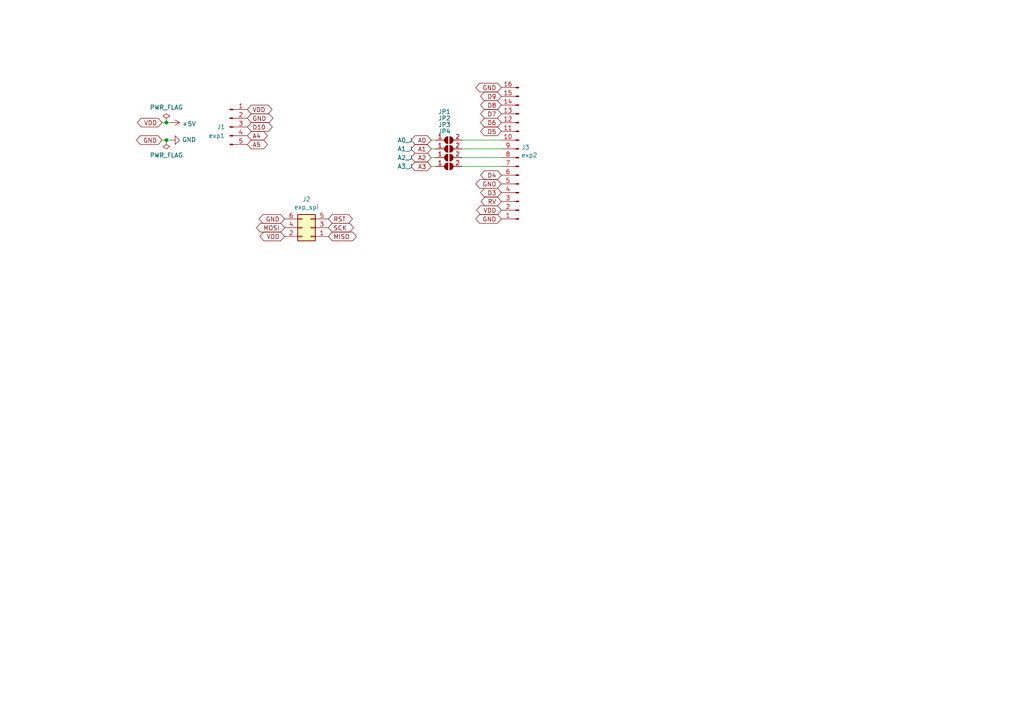
<source format=kicad_sch>
(kicad_sch (version 20230121) (generator eeschema)
  (paper "A4")
  (lib_symbols
    (symbol "Connector_Generic:Conn_02x03_Odd_Even" (pin_names (offset 1.016) hide)
      (property "Reference" "J" (at 1.27 5.08 0))
      (property "Value" "Conn_02x03_Odd_Even" (at 1.27 -5.08 0))
      (symbol "Conn_02x03_Odd_Even_1_1"
        (rectangle (start -1.27 -2.413) (end 0 -2.667) (stroke (width 0.1524)))
        (rectangle (start -1.27 0.127) (end 0 -0.127) (stroke (width 0.1524)))
        (rectangle (start -1.27 2.667) (end 0 2.413) (stroke (width 0.1524)))
        (rectangle (start -1.27 3.81) (end 3.81 -3.81) (stroke (width 0.254)) (fill (type background)))
        (rectangle (start 3.81 -2.413) (end 2.54 -2.667) (stroke (width 0.1524)))
        (rectangle (start 3.81 0.127) (end 2.54 -0.127) (stroke (width 0.1524)))
        (rectangle (start 3.81 2.667) (end 2.54 2.413) (stroke (width 0.1524)))
        (pin passive line (at -5.08 2.54 0) (length 3.81) (name "Pin_1") (number "1"))
        (pin passive line (at 7.62 2.54 180) (length 3.81) (name "Pin_2") (number "2"))
        (pin passive line (at -5.08 0 0) (length 3.81) (name "Pin_3") (number "3"))
        (pin passive line (at 7.62 0 180) (length 3.81) (name "Pin_4") (number "4"))
        (pin passive line (at -5.08 -2.54 0) (length 3.81) (name "Pin_5") (number "5"))
        (pin passive line (at 7.62 -2.54 180) (length 3.81) (name "Pin_6") (number "6"))
      )
    )
    (symbol "Jumper:SolderJumper_2_Open" (pin_names (offset 0) hide)
      (property "Reference" "JP" (at 0 2.032 0))
      (property "Value" "SolderJumper_2_Open" (at 0 -2.54 0))
      (symbol "SolderJumper_2_Open_0_1"
        (arc (start -0.254 1.016) (mid -1.2656 0) (end -0.254 -1.016))
        (arc (start -0.254 1.016) (mid -1.2656 0) (end -0.254 -1.016) (fill (type outline)))
        (polyline (pts (xy -0.254 1.016) (xy -0.254 -1.016)))
        (polyline (pts (xy 0.254 1.016) (xy 0.254 -1.016)))
        (arc (start 0.254 -1.016) (mid 1.2656 0) (end 0.254 1.016))
        (arc (start 0.254 -1.016) (mid 1.2656 0) (end 0.254 1.016) (fill (type outline)))
      )
      (symbol "SolderJumper_2_Open_1_1"
        (pin passive line (at -3.81 0 0) (length 2.54) (name "A") (number "1"))
        (pin passive line (at 3.81 0 180) (length 2.54) (name "B") (number "2"))
      )
    )
    (symbol "livello_serbatoio_espansione-rescue:Conn_01x05_Male-Connector" (pin_names (offset 1.016) hide)
      (property "Reference" "J" (at 0 7.62 0))
      (property "Value" "Connector_Conn_01x05_Male" (at 0 -7.62 0))
      (symbol "Conn_01x05_Male-Connector_1_1"
        (polyline (pts (xy 1.27 -5.08) (xy 0.8636 -5.08)) (stroke (width 0.1524)))
        (polyline (pts (xy 1.27 -2.54) (xy 0.8636 -2.54)) (stroke (width 0.1524)))
        (polyline (pts (xy 1.27 0) (xy 0.8636 0)) (stroke (width 0.1524)))
        (polyline (pts (xy 1.27 2.54) (xy 0.8636 2.54)) (stroke (width 0.1524)))
        (polyline (pts (xy 1.27 5.08) (xy 0.8636 5.08)) (stroke (width 0.1524)))
        (rectangle (start 0.8636 -4.953) (end 0 -5.207) (stroke (width 0.1524)) (fill (type outline)))
        (rectangle (start 0.8636 -2.413) (end 0 -2.667) (stroke (width 0.1524)) (fill (type outline)))
        (rectangle (start 0.8636 0.127) (end 0 -0.127) (stroke (width 0.1524)) (fill (type outline)))
        (rectangle (start 0.8636 2.667) (end 0 2.413) (stroke (width 0.1524)) (fill (type outline)))
        (rectangle (start 0.8636 5.207) (end 0 4.953) (stroke (width 0.1524)) (fill (type outline)))
        (pin passive line (at 5.08 5.08 180) (length 3.81) (name "Pin_1") (number "1"))
        (pin passive line (at 5.08 2.54 180) (length 3.81) (name "Pin_2") (number "2"))
        (pin passive line (at 5.08 0 180) (length 3.81) (name "Pin_3") (number "3"))
        (pin passive line (at 5.08 -2.54 180) (length 3.81) (name "Pin_4") (number "4"))
        (pin passive line (at 5.08 -5.08 180) (length 3.81) (name "Pin_5") (number "5"))
      )
    )
    (symbol "livello_serbatoio_espansione-rescue:Conn_01x16_Male-Connector" (pin_names (offset 1.016) hide)
      (property "Reference" "J" (at 0 20.32 0))
      (property "Value" "Connector_Conn_01x16_Male" (at 0 -22.86 0))
      (symbol "Conn_01x16_Male-Connector_1_1"
        (polyline (pts (xy 1.27 -20.32) (xy 0.8636 -20.32)) (stroke (width 0.1524)))
        (polyline (pts (xy 1.27 -17.78) (xy 0.8636 -17.78)) (stroke (width 0.1524)))
        (polyline (pts (xy 1.27 -15.24) (xy 0.8636 -15.24)) (stroke (width 0.1524)))
        (polyline (pts (xy 1.27 -12.7) (xy 0.8636 -12.7)) (stroke (width 0.1524)))
        (polyline (pts (xy 1.27 -10.16) (xy 0.8636 -10.16)) (stroke (width 0.1524)))
        (polyline (pts (xy 1.27 -7.62) (xy 0.8636 -7.62)) (stroke (width 0.1524)))
        (polyline (pts (xy 1.27 -5.08) (xy 0.8636 -5.08)) (stroke (width 0.1524)))
        (polyline (pts (xy 1.27 -2.54) (xy 0.8636 -2.54)) (stroke (width 0.1524)))
        (polyline (pts (xy 1.27 0) (xy 0.8636 0)) (stroke (width 0.1524)))
        (polyline (pts (xy 1.27 2.54) (xy 0.8636 2.54)) (stroke (width 0.1524)))
        (polyline (pts (xy 1.27 5.08) (xy 0.8636 5.08)) (stroke (width 0.1524)))
        (polyline (pts (xy 1.27 7.62) (xy 0.8636 7.62)) (stroke (width 0.1524)))
        (polyline (pts (xy 1.27 10.16) (xy 0.8636 10.16)) (stroke (width 0.1524)))
        (polyline (pts (xy 1.27 12.7) (xy 0.8636 12.7)) (stroke (width 0.1524)))
        (polyline (pts (xy 1.27 15.24) (xy 0.8636 15.24)) (stroke (width 0.1524)))
        (polyline (pts (xy 1.27 17.78) (xy 0.8636 17.78)) (stroke (width 0.1524)))
        (rectangle (start 0.8636 -20.193) (end 0 -20.447) (stroke (width 0.1524)) (fill (type outline)))
        (rectangle (start 0.8636 -17.653) (end 0 -17.907) (stroke (width 0.1524)) (fill (type outline)))
        (rectangle (start 0.8636 -15.113) (end 0 -15.367) (stroke (width 0.1524)) (fill (type outline)))
        (rectangle (start 0.8636 -12.573) (end 0 -12.827) (stroke (width 0.1524)) (fill (type outline)))
        (rectangle (start 0.8636 -10.033) (end 0 -10.287) (stroke (width 0.1524)) (fill (type outline)))
        (rectangle (start 0.8636 -7.493) (end 0 -7.747) (stroke (width 0.1524)) (fill (type outline)))
        (rectangle (start 0.8636 -4.953) (end 0 -5.207) (stroke (width 0.1524)) (fill (type outline)))
        (rectangle (start 0.8636 -2.413) (end 0 -2.667) (stroke (width 0.1524)) (fill (type outline)))
        (rectangle (start 0.8636 0.127) (end 0 -0.127) (stroke (width 0.1524)) (fill (type outline)))
        (rectangle (start 0.8636 2.667) (end 0 2.413) (stroke (width 0.1524)) (fill (type outline)))
        (rectangle (start 0.8636 5.207) (end 0 4.953) (stroke (width 0.1524)) (fill (type outline)))
        (rectangle (start 0.8636 7.747) (end 0 7.493) (stroke (width 0.1524)) (fill (type outline)))
        (rectangle (start 0.8636 10.287) (end 0 10.033) (stroke (width 0.1524)) (fill (type outline)))
        (rectangle (start 0.8636 12.827) (end 0 12.573) (stroke (width 0.1524)) (fill (type outline)))
        (rectangle (start 0.8636 15.367) (end 0 15.113) (stroke (width 0.1524)) (fill (type outline)))
        (rectangle (start 0.8636 17.907) (end 0 17.653) (stroke (width 0.1524)) (fill (type outline)))
        (pin passive line (at 5.08 17.78 180) (length 3.81) (name "Pin_1") (number "1"))
        (pin passive line (at 5.08 -5.08 180) (length 3.81) (name "Pin_10") (number "10"))
        (pin passive line (at 5.08 -7.62 180) (length 3.81) (name "Pin_11") (number "11"))
        (pin passive line (at 5.08 -10.16 180) (length 3.81) (name "Pin_12") (number "12"))
        (pin passive line (at 5.08 -12.7 180) (length 3.81) (name "Pin_13") (number "13"))
        (pin passive line (at 5.08 -15.24 180) (length 3.81) (name "Pin_14") (number "14"))
        (pin passive line (at 5.08 -17.78 180) (length 3.81) (name "Pin_15") (number "15"))
        (pin passive line (at 5.08 -20.32 180) (length 3.81) (name "Pin_16") (number "16"))
        (pin passive line (at 5.08 15.24 180) (length 3.81) (name "Pin_2") (number "2"))
        (pin passive line (at 5.08 12.7 180) (length 3.81) (name "Pin_3") (number "3"))
        (pin passive line (at 5.08 10.16 180) (length 3.81) (name "Pin_4") (number "4"))
        (pin passive line (at 5.08 7.62 180) (length 3.81) (name "Pin_5") (number "5"))
        (pin passive line (at 5.08 5.08 180) (length 3.81) (name "Pin_6") (number "6"))
        (pin passive line (at 5.08 2.54 180) (length 3.81) (name "Pin_7") (number "7"))
        (pin passive line (at 5.08 0 180) (length 3.81) (name "Pin_8") (number "8"))
        (pin passive line (at 5.08 -2.54 180) (length 3.81) (name "Pin_9") (number "9"))
      )
    )
    (symbol "power:+5V" (power) (pin_names (offset 0))
      (property "Value" "+5V" (at 0 3.556 0))
      (symbol "+5V_0_1"
        (polyline (pts (xy -0.762 1.27) (xy 0 2.54)))
        (polyline (pts (xy 0 0) (xy 0 2.54)))
        (polyline (pts (xy 0 2.54) (xy 0.762 1.27)))
      )
      (symbol "+5V_1_1"
        (pin power_in line (at 0 0 90) (length 0) hide (name "+5V") (number "1"))
      )
    )
    (symbol "power:GND" (power) (pin_names (offset 0))
      (property "Value" "GND" (at 0 -3.81 0))
      (symbol "GND_0_1"
        (polyline (pts (xy 0 0) (xy 0 -1.27) (xy 1.27 -1.27) (xy 0 -2.54) (xy -1.27 -1.27) (xy 0 -1.27)))
      )
      (symbol "GND_1_1"
        (pin power_in line (at 0 0 270) (length 0) hide (name "GND") (number "1"))
      )
    )
    (symbol "power:PWR_FLAG" (power) (pin_numbers hide) (pin_names (offset 0) hide)
      (property "Value" "PWR_FLAG" (at 0 3.81 0))
      (symbol "PWR_FLAG_0_0"
        (pin power_out line (at 0 0 90) (length 0) (name "pwr") (number "1"))
      )
      (symbol "PWR_FLAG_0_1"
        (polyline (pts (xy 0 0) (xy 0 1.27) (xy -1.016 1.905) (xy 0 2.54) (xy 1.016 1.905) (xy 0 1.27)))
      )
    )
  )
  (junction (at 48.26 35.56))
  (junction (at 48.26 40.64))
  (wire (pts (xy 48.26 40.64) (xy 49.53 40.64)))
  (wire (pts (xy 125.095 48.26) (xy 126.365 48.26)))
  (wire (pts (xy 46.99 35.56) (xy 48.26 35.56)))
  (wire (pts (xy 133.985 45.72) (xy 145.415 45.72)))
  (wire (pts (xy 125.095 40.64) (xy 126.365 40.64)))
  (wire (pts (xy 133.985 40.64) (xy 145.415 40.64)))
  (wire (pts (xy 133.985 48.26) (xy 145.415 48.26)))
  (wire (pts (xy 46.99 40.64) (xy 48.26 40.64)))
  (wire (pts (xy 125.095 45.72) (xy 126.365 45.72)))
  (wire (pts (xy 48.26 35.56) (xy 49.53 35.56)))
  (wire (pts (xy 125.095 43.18) (xy 126.365 43.18)))
  (wire (pts (xy 133.985 43.18) (xy 145.415 43.18)))
  (global_label "RST" (shape bidirectional) (at 95.25 63.5 0) (property "Intersheetrefs" "${INTERSHEET_REFS}" (effects hide)))
  (global_label "D4" (shape bidirectional) (at 145.415 50.8 180) (property "Intersheetrefs" "${INTERSHEET_REFS}" (effects hide)))
  (global_label "GND" (shape bidirectional) (at 145.415 53.34 180) (property "Intersheetrefs" "${INTERSHEET_REFS}" (effects hide)))
  (global_label "A4" (shape bidirectional) (at 71.755 39.37 0) (property "Intersheetrefs" "${INTERSHEET_REFS}" (effects hide)))
  (global_label "VDD" (shape bidirectional) (at 145.415 60.96 180) (property "Intersheetrefs" "${INTERSHEET_REFS}" (effects hide)))
  (global_label "GND" (shape bidirectional) (at 71.755 34.29 0) (property "Intersheetrefs" "${INTERSHEET_REFS}" (effects hide)))
  (global_label "RV" (shape bidirectional) (at 145.415 58.42 180) (property "Intersheetrefs" "${INTERSHEET_REFS}" (effects hide)))
  (global_label "A2" (shape bidirectional) (at 125.095 45.72 180) (property "Intersheetrefs" "${INTERSHEET_REFS}" (effects hide)))
  (global_label "A3" (shape bidirectional) (at 125.095 48.26 180) (property "Intersheetrefs" "${INTERSHEET_REFS}" (effects hide)))
  (global_label "GND" (shape bidirectional) (at 82.55 63.5 180) (property "Intersheetrefs" "${INTERSHEET_REFS}" (effects hide)))
  (global_label "D10" (shape bidirectional) (at 71.755 36.83 0) (property "Intersheetrefs" "${INTERSHEET_REFS}" (effects hide)))
  (global_label "GND" (shape bidirectional) (at 46.99 40.64 180) (property "Intersheetrefs" "${INTERSHEET_REFS}" (effects hide)))
  (global_label "SCK" (shape bidirectional) (at 95.25 66.04 0) (property "Intersheetrefs" "${INTERSHEET_REFS}" (effects hide)))
  (global_label "GND" (shape bidirectional) (at 145.415 63.5 180) (property "Intersheetrefs" "${INTERSHEET_REFS}" (effects hide)))
  (global_label "VDD" (shape bidirectional) (at 46.99 35.56 180) (property "Intersheetrefs" "${INTERSHEET_REFS}" (effects hide)))
  (global_label "MOSI" (shape bidirectional) (at 82.55 66.04 180) (property "Intersheetrefs" "${INTERSHEET_REFS}" (effects hide)))
  (global_label "A0" (shape bidirectional) (at 125.095 40.64 180) (property "Intersheetrefs" "${INTERSHEET_REFS}" (effects hide)))
  (global_label "D9" (shape bidirectional) (at 145.415 27.94 180) (property "Intersheetrefs" "${INTERSHEET_REFS}" (effects hide)))
  (global_label "A5" (shape bidirectional) (at 71.755 41.91 0) (property "Intersheetrefs" "${INTERSHEET_REFS}" (effects hide)))
  (global_label "A1" (shape bidirectional) (at 125.095 43.18 180) (property "Intersheetrefs" "${INTERSHEET_REFS}" (effects hide)))
  (global_label "D7" (shape bidirectional) (at 145.415 33.02 180) (property "Intersheetrefs" "${INTERSHEET_REFS}" (effects hide)))
  (global_label "D8" (shape bidirectional) (at 145.415 30.48 180) (property "Intersheetrefs" "${INTERSHEET_REFS}" (effects hide)))
  (global_label "GND" (shape bidirectional) (at 145.415 25.4 180) (property "Intersheetrefs" "${INTERSHEET_REFS}" (effects hide)))
  (global_label "MISO" (shape bidirectional) (at 95.25 68.58 0) (property "Intersheetrefs" "${INTERSHEET_REFS}" (effects hide)))
  (global_label "D6" (shape bidirectional) (at 145.415 35.56 180) (property "Intersheetrefs" "${INTERSHEET_REFS}" (effects hide)))
  (global_label "D3" (shape bidirectional) (at 145.415 55.88 180) (property "Intersheetrefs" "${INTERSHEET_REFS}" (effects hide)))
  (global_label "VDD" (shape bidirectional) (at 71.755 31.75 0) (property "Intersheetrefs" "${INTERSHEET_REFS}" (effects hide)))
  (global_label "VDD" (shape bidirectional) (at 82.55 68.58 180) (property "Intersheetrefs" "${INTERSHEET_REFS}" (effects hide)))
  (global_label "D5" (shape bidirectional) (at 145.415 38.1 180) (property "Intersheetrefs" "${INTERSHEET_REFS}" (effects hide)))
  (symbol (lib_id "livello_serbatoio_espansione-rescue:Conn_01x05_Male-Connector") (at 66.675 36.83 0) (unit 1)
    (property "Reference" "J1" (at 64.135 36.83 0))
    (property "Value" "exp1" (at 62.865 39.37 0))
    (property "Footprint" "Connector_PinHeader_2.54mm:PinHeader_1x05_P2.54mm_Vertical" (effects hide))
  )
  (symbol (lib_id "Connector_Generic:Conn_02x03_Odd_Even") (at 90.17 66.04 180) (unit 1)
    (property "Reference" "J2" (at 88.9 57.785 0))
    (property "Value" "exp_spi" (at 88.9 60.0964 0))
    (property "Footprint" "Connector_PinSocket_2.54mm:PinSocket_2x03_P2.54mm_Vertical" (effects hide))
  )
  (symbol (lib_id "livello_serbatoio_espansione-rescue:Conn_01x16_Male-Connector") (at 150.495 45.72 180) (unit 1)
    (property "Reference" "J3" (at 151.2062 42.7228 0) (effects (justify right)))
    (property "Value" "exp2" (at 151.2062 45.0342 0) (effects (justify right)))
    (property "Footprint" "Connector_PinHeader_2.54mm:PinHeader_1x16_P2.54mm_Vertical" (effects hide))
  )
  (symbol (lib_id "power:+5V") (at 49.53 35.56 270) (unit 1)
    (property "Reference" "#PWR01" (effects hide))
    (property "Value" "+5V" (at 52.7812 35.941 90) (effects (justify left)))
  )
  (symbol (lib_id "power:GND") (at 49.53 40.64 90) (unit 1)
    (property "Reference" "#PWR02" (effects hide))
    (property "Value" "GND" (at 52.7812 40.513 90) (effects (justify right)))
  )
  (symbol (lib_id "power:PWR_FLAG") (at 48.26 35.56 0) (unit 1)
    (property "Reference" "#FLG0101" (effects hide))
    (property "Value" "PWR_FLAG" (at 48.26 31.1658 0))
  )
  (symbol (lib_id "power:PWR_FLAG") (at 48.26 40.64 180) (unit 1)
    (property "Reference" "#FLG0102" (effects hide))
    (property "Value" "PWR_FLAG" (at 48.26 45.0342 0))
  )
  (symbol (lib_id "Jumper:SolderJumper_2_Open") (at 130.175 43.18 0) (unit 1)
    (property "Reference" "JP2" (at 128.905 34.29 0))
    (property "Value" "A1_J" (at 117.475 43.18 0))
    (property "Footprint" "Jumper:SolderJumper-2_P1.3mm_Open_Pad1.0x1.5mm" (effects hide))
  )
  (symbol (lib_id "Jumper:SolderJumper_2_Open") (at 130.175 40.64 0) (unit 1)
    (property "Reference" "JP1" (at 128.905 32.385 0))
    (property "Value" "A0_J" (at 117.475 40.64 0))
    (property "Footprint" "Jumper:SolderJumper-2_P1.3mm_Open_Pad1.0x1.5mm" (effects hide))
  )
  (symbol (lib_id "Jumper:SolderJumper_2_Open") (at 130.175 45.72 0) (unit 1)
    (property "Reference" "JP3" (at 128.905 36.195 0))
    (property "Value" "A2_J" (at 117.475 45.72 0))
    (property "Footprint" "Jumper:SolderJumper-2_P1.3mm_Open_Pad1.0x1.5mm" (effects hide))
  )
  (symbol (lib_id "Jumper:SolderJumper_2_Open") (at 130.175 48.26 0) (unit 1)
    (property "Reference" "JP4" (at 128.905 38.1 0))
    (property "Value" "A3_J" (at 117.475 48.26 0))
    (property "Footprint" "Jumper:SolderJumper-2_P1.3mm_Open_Pad1.0x1.5mm" (effects hide))
  )
)
</source>
